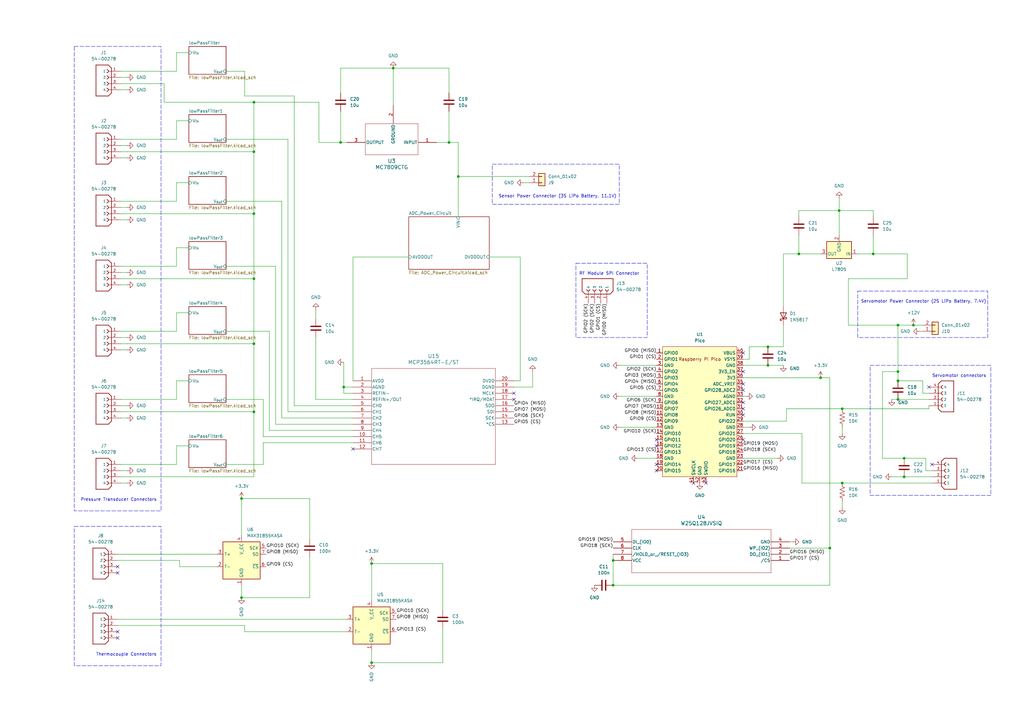
<source format=kicad_sch>
(kicad_sch (version 20230121) (generator eeschema)
  (paper "A3")
  (title_block (title "Liquid Engine Controller") (rev "A") (company "Missouri S&T Rocket Design Team") (comment 1 "Designer: Rakshak Sudhakaran"))
  (lib_symbols
    (symbol "4_Pin_M8_Socket_Female:54-00278" (pin_names (offset 1.016))
      (property "Reference" "J" (at -2.54 5.842 0))
      (property "Value" "54-00278" (at -2.54 -10.16 0))
      (symbol "54-00278_0_0"
        (pin passive line (at 7.62 2.54 180) (length 5.08) (name "1") (number "1"))
        (pin passive line (at 7.62 0 180) (length 5.08) (name "2") (number "2"))
        (pin passive line (at 7.62 -2.54 180) (length 5.08) (name "3") (number "3"))
        (pin passive line (at 7.62 -5.08 180) (length 5.08) (name "4") (number "4"))
      )
    )
    (symbol "Connector_Generic:Conn_01x02" (pin_names (offset 1.016) hide)
      (property "Reference" "J" (at 0 2.54 0))
      (property "Value" "Conn_01x02" (at 0 -5.08 0))
      (symbol "Conn_01x02_1_1"
        (pin passive line (at -5.08 0 0) (length 3.81) (name "Pin_1") (number "1"))
        (pin passive line (at -5.08 -2.54 0) (length 3.81) (name "Pin_2") (number "2"))
      )
    )
    (symbol "Device:C" (pin_numbers hide) (pin_names (offset 0.254))
      (property "Reference" "C" (at 0.635 2.54 0))
      (property "Value" "C" (at 0.635 -2.54 0))
      (symbol "C_1_1"
        (pin passive line (at 0 3.81 270) (length 2.794) (name "~") (number "1"))
        (pin passive line (at 0 -3.81 90) (length 2.794) (name "~") (number "2"))
      )
    )
    (symbol "Device:R_US" (pin_numbers hide) (pin_names (offset 0))
      (property "Reference" "R" (at 2.54 0 90))
      (property "Value" "R_US" (at -2.54 0 90))
      (symbol "R_US_1_1"
        (pin passive line (at 0 3.81 270) (length 1.27) (name "~") (number "1"))
        (pin passive line (at 0 -3.81 90) (length 1.27) (name "~") (number "2"))
      )
    )
    (symbol "Diode:1N5817" (pin_numbers hide) (pin_names (offset 1.016) hide)
      (property "Reference" "D" (at 0 2.54 0))
      (property "Value" "1N5817" (at 0 -2.54 0))
      (symbol "1N5817_1_1"
        (pin passive line (at -3.81 0 0) (length 2.54) (name "K") (number "1"))
        (pin passive line (at 3.81 0 180) (length 2.54) (name "A") (number "2"))
      )
    )
    (symbol "MC7809CTG:MC7809CTG" (pin_names (offset 0.254))
      (property "Reference" "U" (at 33.02 10.16 0))
      (property "Value" "MC7809CTG" (at 33.02 7.62 0))
      (symbol "MC7809CTG_1_1"
        (pin input line (at 15.24 0 0) (length 7.62) (name "INPUT") (number "1"))
        (pin power_in line (at 33.02 -15.24 90) (length 7.62) (name "GROUND") (number "2"))
        (pin output line (at 52.07 0 180) (length 7.62) (name "OUTPUT") (number "3"))
      )
    )
    (symbol "MCP3564:MCP3564RT-E_ST" (pin_names (offset 0.254))
      (property "Reference" "U" (at 33.02 10.16 0))
      (property "Value" "MCP3564RT-E/ST" (at 33.02 7.62 0))
      (symbol "MCP3564RT-E_ST_1_1"
        (pin power_in line (at 0 0 0) (length 7.62) (name "AVDD") (number "1"))
        (pin input line (at 0 -22.86 0) (length 7.62) (name "CH5") (number "10"))
        (pin input line (at 0 -25.4 0) (length 7.62) (name "CH6") (number "11"))
        (pin input line (at 0 -27.94 0) (length 7.62) (name "CH7") (number "12"))
        (pin input line (at 66.04 -17.78 180) (length 7.62) (name "*CS") (number "13"))
        (pin input line (at 66.04 -15.24 180) (length 7.62) (name "SCK") (number "14"))
        (pin input line (at 66.04 -12.7 180) (length 7.62) (name "SDI") (number "15"))
        (pin output line (at 66.04 -10.16 180) (length 7.62) (name "SDO") (number "16"))
        (pin output line (at 66.04 -7.62 180) (length 7.62) (name "*IRQ/MDAT") (number "17"))
        (pin bidirectional line (at 66.04 -5.08 180) (length 7.62) (name "MCLK") (number "18"))
        (pin power_out line (at 66.04 -2.54 180) (length 7.62) (name "DGND") (number "19"))
        (pin power_out line (at 0 -2.54 0) (length 7.62) (name "AGND") (number "2"))
        (pin power_in line (at 66.04 0 180) (length 7.62) (name "DVDD") (number "20"))
        (pin input line (at 0 -5.08 0) (length 7.62) (name "REFIN-") (number "3"))
        (pin bidirectional line (at 0 -7.62 0) (length 7.62) (name "REFIN+/OUT") (number "4"))
        (pin input line (at 0 -10.16 0) (length 7.62) (name "CH0") (number "5"))
        (pin input line (at 0 -12.7 0) (length 7.62) (name "CH1") (number "6"))
        (pin input line (at 0 -15.24 0) (length 7.62) (name "CH2") (number "7"))
        (pin input line (at 0 -17.78 0) (length 7.62) (name "CH3") (number "8"))
        (pin input line (at 0 -20.32 0) (length 7.62) (name "CH4") (number "9"))
      )
    )
    (symbol "RaspberryPiPico:Pico"
      (property "Reference" "U" (at -13.97 27.94 0))
      (property "Value" "Pico" (at 0 19.05 0))
      (symbol "Pico_0_0"
        (text "Raspberry Pi Pico" (at 0 21.59 0) (effects (font (size 1.27 1.27))))
      )
      (symbol "Pico_1_1"
        (pin bidirectional line (at -17.78 24.13 0) (length 2.54) (name "GPIO0") (number "1"))
        (pin bidirectional line (at -17.78 1.27 0) (length 2.54) (name "GPIO7") (number "10"))
        (pin bidirectional line (at -17.78 -1.27 0) (length 2.54) (name "GPIO8") (number "11"))
        (pin bidirectional line (at -17.78 -3.81 0) (length 2.54) (name "GPIO9") (number "12"))
        (pin power_in line (at -17.78 -6.35 0) (length 2.54) (name "GND") (number "13"))
        (pin bidirectional line (at -17.78 -8.89 0) (length 2.54) (name "GPIO10") (number "14"))
        (pin bidirectional line (at -17.78 -11.43 0) (length 2.54) (name "GPIO11") (number "15"))
        (pin bidirectional line (at -17.78 -13.97 0) (length 2.54) (name "GPIO12") (number "16"))
        (pin bidirectional line (at -17.78 -16.51 0) (length 2.54) (name "GPIO13") (number "17"))
        (pin power_in line (at -17.78 -19.05 0) (length 2.54) (name "GND") (number "18"))
        (pin bidirectional line (at -17.78 -21.59 0) (length 2.54) (name "GPIO14") (number "19"))
        (pin bidirectional line (at -17.78 21.59 0) (length 2.54) (name "GPIO1") (number "2"))
        (pin bidirectional line (at -17.78 -24.13 0) (length 2.54) (name "GPIO15") (number "20"))
        (pin bidirectional line (at 17.78 -24.13 180) (length 2.54) (name "GPIO16") (number "21"))
        (pin bidirectional line (at 17.78 -21.59 180) (length 2.54) (name "GPIO17") (number "22"))
        (pin power_in line (at 17.78 -19.05 180) (length 2.54) (name "GND") (number "23"))
        (pin bidirectional line (at 17.78 -16.51 180) (length 2.54) (name "GPIO18") (number "24"))
        (pin bidirectional line (at 17.78 -13.97 180) (length 2.54) (name "GPIO19") (number "25"))
        (pin bidirectional line (at 17.78 -11.43 180) (length 2.54) (name "GPIO20") (number "26"))
        (pin bidirectional line (at 17.78 -8.89 180) (length 2.54) (name "GPIO21") (number "27"))
        (pin power_in line (at 17.78 -6.35 180) (length 2.54) (name "GND") (number "28"))
        (pin bidirectional line (at 17.78 -3.81 180) (length 2.54) (name "GPIO22") (number "29"))
        (pin power_in line (at -17.78 19.05 0) (length 2.54) (name "GND") (number "3"))
        (pin input line (at 17.78 -1.27 180) (length 2.54) (name "RUN") (number "30"))
        (pin bidirectional line (at 17.78 1.27 180) (length 2.54) (name "GPIO26_ADC0") (number "31"))
        (pin bidirectional line (at 17.78 3.81 180) (length 2.54) (name "GPIO27_ADC1") (number "32"))
        (pin power_in line (at 17.78 6.35 180) (length 2.54) (name "AGND") (number "33"))
        (pin bidirectional line (at 17.78 8.89 180) (length 2.54) (name "GPIO28_ADC2") (number "34"))
        (pin power_in line (at 17.78 11.43 180) (length 2.54) (name "ADC_VREF") (number "35"))
        (pin power_in line (at 17.78 13.97 180) (length 2.54) (name "3V3") (number "36"))
        (pin input line (at 17.78 16.51 180) (length 2.54) (name "3V3_EN") (number "37"))
        (pin bidirectional line (at 17.78 19.05 180) (length 2.54) (name "GND") (number "38"))
        (pin power_in line (at 17.78 21.59 180) (length 2.54) (name "VSYS") (number "39"))
        (pin bidirectional line (at -17.78 16.51 0) (length 2.54) (name "GPIO2") (number "4"))
        (pin power_in line (at 17.78 24.13 180) (length 2.54) (name "VBUS") (number "40"))
        (pin input line (at -2.54 -29.21 90) (length 2.54) (name "SWCLK") (number "41"))
        (pin power_in line (at 0 -29.21 90) (length 2.54) (name "GND") (number "42"))
        (pin bidirectional line (at 2.54 -29.21 90) (length 2.54) (name "SWDIO") (number "43"))
        (pin bidirectional line (at -17.78 13.97 0) (length 2.54) (name "GPIO3") (number "5"))
        (pin bidirectional line (at -17.78 11.43 0) (length 2.54) (name "GPIO4") (number "6"))
        (pin bidirectional line (at -17.78 8.89 0) (length 2.54) (name "GPIO5") (number "7"))
        (pin power_in line (at -17.78 6.35 0) (length 2.54) (name "GND") (number "8"))
        (pin bidirectional line (at -17.78 3.81 0) (length 2.54) (name "GPIO6") (number "9"))
      )
    )
    (symbol "Regulator_Linear:L7805" (pin_names (offset 0.254))
      (property "Reference" "U" (at -3.81 3.175 0))
      (property "Value" "L7805" (at 0 3.175 0))
      (symbol "L7805_1_1"
        (pin power_in line (at -7.62 0 0) (length 2.54) (name "IN") (number "1"))
        (pin power_in line (at 0 -7.62 90) (length 2.54) (name "GND") (number "2"))
        (pin power_out line (at 7.62 0 180) (length 2.54) (name "OUT") (number "3"))
      )
    )
    (symbol "Sensor_Temperature:MAX31855KASA"
      (property "Reference" "U" (at -7.62 8.89 0))
      (property "Value" "MAX31855KASA" (at 1.27 8.89 0))
      (symbol "MAX31855KASA_1_1"
        (pin power_in line (at 0 -10.16 90) (length 2.54) (name "GND") (number "1"))
        (pin passive line (at -10.16 -2.54 0) (length 2.54) (name "T-") (number "2"))
        (pin passive line (at -10.16 2.54 0) (length 2.54) (name "T+") (number "3"))
        (pin power_in line (at 0 10.16 270) (length 2.54) (name "V_CC") (number "4"))
        (pin input line (at 10.16 5.08 180) (length 2.54) (name "SCK") (number "5"))
        (pin input line (at 10.16 -2.54 180) (length 2.54) (name "~{CS}") (number "6"))
        (pin tri_state line (at 10.16 2.54 180) (length 2.54) (name "SO") (number "7"))
      )
    )
    (symbol "W25Q128JVSIQ:W25Q128JVSIQ" (pin_names (offset 0.254))
      (property "Reference" "U" (at 54.61 10.16 0))
      (property "Value" "W25Q128JVSIQ" (at 54.61 7.62 0))
      (symbol "W25Q128JVSIQ_0_1"
        (pin unspecified line (at 19.05 0 0) (length 7.62) (name "/CS") (number "1"))
        (pin power_out line (at 19.05 -7.62 0) (length 7.62) (name "GND") (number "4"))
        (pin unspecified line (at 91.44 -7.62 180) (length 7.62) (name "DI_(IO0)") (number "5"))
        (pin unspecified line (at 91.44 -5.08 180) (length 7.62) (name "CLK") (number "6"))
        (pin unspecified line (at 91.44 -2.54 180) (length 7.62) (name "/HOLD_or_/RESET_(IO3)") (number "7"))
        (pin power_in line (at 91.44 0 180) (length 7.62) (name "VCC") (number "8"))
      )
      (symbol "W25Q128JVSIQ_1_1"
        (pin unspecified line (at 19.05 -2.54 0) (length 7.62) (name "DO_(IO1)") (number "2"))
        (pin unspecified line (at 19.05 -5.08 0) (length 7.62) (name "WP_(IO2)") (number "3"))
      )
    )
    (symbol "power:+12V" (power) (pin_names (offset 0))
      (property "Value" "+12V" (at 0 3.556 0))
      (symbol "+12V_1_1"
        (pin power_in line (at 0 0 90) (length 0) hide (name "+12V") (number "1"))
      )
    )
    (symbol "power:+3.3V" (power) (pin_names (offset 0))
      (property "Value" "+3.3V" (at 0 3.556 0))
      (symbol "+3.3V_1_1"
        (pin power_in line (at 0 0 90) (length 0) hide (name "+3.3V") (number "1"))
      )
    )
    (symbol "power:GND" (power) (pin_names (offset 0))
      (property "Value" "GND" (at 0 -3.81 0))
      (symbol "GND_1_1"
        (pin power_in line (at 0 0 270) (length 0) hide (name "GND") (number "1"))
      )
    )
  )
  (junction (at 340.36 224.79))
  (junction (at 104.14 140.97))
  (junction (at 187.96 72.39))
  (junction (at 161.29 27.94))
  (junction (at 336.55 154.94))
  (junction (at 184.15 58.42))
  (junction (at 374.65 133.35))
  (junction (at 370.84 187.96))
  (junction (at 140.97 158.75))
  (junction (at 251.46 240.03))
  (junction (at 314.96 142.24))
  (junction (at 251.46 229.87))
  (junction (at 368.3 133.35))
  (junction (at 368.3 156.21))
  (junction (at 152.4 271.78))
  (junction (at 104.14 41.91))
  (junction (at 327.66 104.14))
  (junction (at 358.14 104.14))
  (junction (at 370.84 195.58))
  (junction (at 345.44 198.12))
  (junction (at 314.96 149.86))
  (junction (at 104.14 168.91))
  (junction (at 99.06 204.47))
  (junction (at 104.14 114.3))
  (junction (at 99.06 245.11))
  (junction (at 344.17 86.36))
  (junction (at 152.4 231.14))
  (junction (at 368.3 152.4))
  (junction (at 104.14 87.63))
  (junction (at 345.44 167.64))
  (junction (at 104.14 62.23))
  (junction (at 368.3 163.83))
  (junction (at 139.7 58.42))
  (no_connect (at 48.26 234.95))
  (no_connect (at 284.48 198.12))
  (no_connect (at 304.8 180.34))
  (no_connect (at 304.8 170.18))
  (no_connect (at 289.56 198.12))
  (no_connect (at 269.24 190.5))
  (no_connect (at 304.8 152.4))
  (no_connect (at 48.26 232.41))
  (no_connect (at 144.78 184.15))
  (no_connect (at 210.82 161.29))
  (no_connect (at 269.24 182.88))
  (no_connect (at 48.26 261.62))
  (no_connect (at 304.8 167.64))
  (no_connect (at 304.8 144.78))
  (no_connect (at 382.27 190.5))
  (no_connect (at 304.8 165.1))
  (no_connect (at 304.8 157.48))
  (no_connect (at 269.24 193.04))
  (no_connect (at 381 158.75))
  (no_connect (at 48.26 259.08))
  (no_connect (at 304.8 160.02))
  (no_connect (at 210.82 163.83))
  (no_connect (at 269.24 180.34))
  (wire (pts (xy 261.62 187.96) (xy 269.24 187.96)))
  (wire (pts (xy 368.3 133.35) (xy 368.3 152.4)))
  (wire (pts (xy 118.11 168.91) (xy 144.78 168.91)))
  (wire (pts (xy 49.53 190.5) (xy 72.39 190.5)))
  (wire (pts (xy 372.11 114.3) (xy 372.11 104.14)))
  (wire (pts (xy 187.96 72.39) (xy 187.96 88.9)))
  (wire (pts (xy 318.77 187.96) (xy 304.8 187.96)))
  (wire (pts (xy 340.36 224.79) (xy 340.36 154.94)))
  (wire (pts (xy 49.53 82.55) (xy 72.39 82.55)))
  (wire (pts (xy 100.33 29.21) (xy 100.33 39.37)))
  (wire (pts (xy 328.93 198.12) (xy 345.44 198.12)))
  (wire (pts (xy 379.73 193.04) (xy 382.27 193.04)))
  (wire (pts (xy 100.33 39.37) (xy 120.65 39.37)))
  (wire (pts (xy 321.31 104.14) (xy 327.66 104.14)))
  (wire (pts (xy 328.93 177.8) (xy 328.93 198.12)))
  (wire (pts (xy 72.39 29.21) (xy 49.53 29.21)))
  (wire (pts (xy 358.14 86.36) (xy 358.14 88.9)))
  (wire (pts (xy 361.95 152.4) (xy 361.95 187.96)))
  (wire (pts (xy 73.66 232.41) (xy 88.9 232.41)))
  (wire (pts (xy 129.54 138.43) (xy 129.54 163.83)))
  (wire (pts (xy 73.66 229.87) (xy 73.66 232.41)))
  (wire (pts (xy 327.66 88.9) (xy 327.66 86.36)))
  (wire (pts (xy 67.31 34.29) (xy 49.53 34.29)))
  (wire (pts (xy 127 228.6) (xy 127 245.11)))
  (wire (pts (xy 322.58 172.72) (xy 322.58 167.64)))
  (wire (pts (xy 49.53 59.69) (xy 52.07 59.69)))
  (wire (pts (xy 107.95 179.07) (xy 144.78 179.07)))
  (wire (pts (xy 92.71 163.83) (xy 107.95 163.83)))
  (wire (pts (xy 327.66 104.14) (xy 336.55 104.14)))
  (wire (pts (xy 370.84 187.96) (xy 379.73 187.96)))
  (wire (pts (xy 72.39 21.59) (xy 72.39 29.21)))
  (wire (pts (xy 323.85 222.25) (xy 325.12 222.25)))
  (wire (pts (xy 344.17 81.28) (xy 344.17 86.36)))
  (wire (pts (xy 48.26 227.33) (xy 88.9 227.33)))
  (wire (pts (xy 92.71 82.55) (xy 115.57 82.55)))
  (wire (pts (xy 347.98 133.35) (xy 347.98 114.3)))
  (wire (pts (xy 181.61 231.14) (xy 181.61 250.19)))
  (wire (pts (xy 130.81 58.42) (xy 139.7 58.42)))
  (wire (pts (xy 370.84 195.58) (xy 382.27 195.58)))
  (wire (pts (xy 100.33 259.08) (xy 142.24 259.08)))
  (wire (pts (xy 104.14 140.97) (xy 104.14 114.3)))
  (wire (pts (xy 49.53 85.09) (xy 52.07 85.09)))
  (wire (pts (xy 72.39 109.22) (xy 72.39 101.6)))
  (wire (pts (xy 368.3 152.4) (xy 368.3 156.21)))
  (wire (pts (xy 113.03 109.22) (xy 113.03 173.99)))
  (wire (pts (xy 210.82 156.21) (xy 213.36 156.21)))
  (wire (pts (xy 49.53 198.12) (xy 52.07 198.12)))
  (wire (pts (xy 152.4 231.14) (xy 181.61 231.14)))
  (wire (pts (xy 49.53 57.15) (xy 72.39 57.15)))
  (wire (pts (xy 144.78 105.41) (xy 144.78 156.21)))
  (wire (pts (xy 92.71 190.5) (xy 107.95 190.5)))
  (wire (pts (xy 49.53 138.43) (xy 52.07 138.43)))
  (wire (pts (xy 49.53 64.77) (xy 52.07 64.77)))
  (wire (pts (xy 344.17 86.36) (xy 344.17 96.52)))
  (wire (pts (xy 379.73 187.96) (xy 379.73 193.04)))
  (wire (pts (xy 104.14 87.63) (xy 104.14 62.23)))
  (wire (pts (xy 321.31 104.14) (xy 321.31 125.73)))
  (wire (pts (xy 104.14 114.3) (xy 104.14 87.63)))
  (wire (pts (xy 304.8 154.94) (xy 336.55 154.94)))
  (wire (pts (xy 127 204.47) (xy 127 220.98)))
  (wire (pts (xy 139.7 27.94) (xy 139.7 38.1)))
  (wire (pts (xy 144.78 158.75) (xy 140.97 158.75)))
  (wire (pts (xy 99.06 245.11) (xy 99.06 240.03)))
  (wire (pts (xy 351.79 104.14) (xy 358.14 104.14)))
  (wire (pts (xy 48.26 254) (xy 142.24 254)))
  (wire (pts (xy 184.15 27.94) (xy 184.15 38.1)))
  (wire (pts (xy 72.39 128.27) (xy 77.47 128.27)))
  (wire (pts (xy 345.44 205.74) (xy 345.44 208.28)))
  (wire (pts (xy 307.34 147.32) (xy 307.34 142.24)))
  (wire (pts (xy 358.14 104.14) (xy 372.11 104.14)))
  (wire (pts (xy 314.96 142.24) (xy 321.31 142.24)))
  (wire (pts (xy 200.66 105.41) (xy 213.36 105.41)))
  (wire (pts (xy 365.76 195.58) (xy 370.84 195.58)))
  (wire (pts (xy 49.53 90.17) (xy 52.07 90.17)))
  (wire (pts (xy 214.63 74.93) (xy 217.17 74.93)))
  (wire (pts (xy 99.06 245.11) (xy 127 245.11)))
  (wire (pts (xy 48.26 256.54) (xy 100.33 256.54)))
  (wire (pts (xy 181.61 257.81) (xy 181.61 271.78)))
  (wire (pts (xy 378.46 156.21) (xy 378.46 161.29)))
  (wire (pts (xy 152.4 271.78) (xy 152.4 266.7)))
  (wire (pts (xy 304.8 147.32) (xy 307.34 147.32)))
  (wire (pts (xy 49.53 140.97) (xy 104.14 140.97)))
  (wire (pts (xy 368.3 152.4) (xy 361.95 152.4)))
  (wire (pts (xy 72.39 135.89) (xy 72.39 128.27)))
  (wire (pts (xy 92.71 135.89) (xy 110.49 135.89)))
  (wire (pts (xy 92.71 29.21) (xy 100.33 29.21)))
  (wire (pts (xy 49.53 111.76) (xy 52.07 111.76)))
  (wire (pts (xy 365.76 163.83) (xy 368.3 163.83)))
  (wire (pts (xy 110.49 135.89) (xy 110.49 176.53)))
  (wire (pts (xy 130.81 58.42) (xy 130.81 41.91)))
  (wire (pts (xy 49.53 62.23) (xy 104.14 62.23)))
  (wire (pts (xy 130.81 41.91) (xy 104.14 41.91)))
  (wire (pts (xy 161.29 27.94) (xy 161.29 43.18)))
  (wire (pts (xy 104.14 41.91) (xy 67.31 41.91)))
  (wire (pts (xy 152.4 271.78) (xy 181.61 271.78)))
  (wire (pts (xy 307.34 175.26) (xy 304.8 175.26)))
  (wire (pts (xy 374.65 133.35) (xy 368.3 133.35)))
  (wire (pts (xy 72.39 156.21) (xy 77.47 156.21)))
  (wire (pts (xy 49.53 87.63) (xy 104.14 87.63)))
  (wire (pts (xy 210.82 158.75) (xy 218.44 158.75)))
  (wire (pts (xy 49.53 171.45) (xy 52.07 171.45)))
  (wire (pts (xy 107.95 163.83) (xy 107.95 179.07)))
  (wire (pts (xy 140.97 161.29) (xy 144.78 161.29)))
  (wire (pts (xy 104.14 168.91) (xy 104.14 140.97)))
  (wire (pts (xy 100.33 256.54) (xy 100.33 259.08)))
  (wire (pts (xy 107.95 181.61) (xy 144.78 181.61)))
  (wire (pts (xy 327.66 86.36) (xy 344.17 86.36)))
  (wire (pts (xy 377.19 135.89) (xy 378.46 135.89)))
  (wire (pts (xy 139.7 58.42) (xy 142.24 58.42)))
  (wire (pts (xy 368.3 163.83) (xy 381 163.83)))
  (wire (pts (xy 358.14 96.52) (xy 358.14 104.14)))
  (wire (pts (xy 374.65 133.35) (xy 378.46 133.35)))
  (wire (pts (xy 104.14 195.58) (xy 104.14 168.91)))
  (wire (pts (xy 67.31 41.91) (xy 67.31 34.29)))
  (wire (pts (xy 368.3 133.35) (xy 347.98 133.35)))
  (wire (pts (xy 187.96 58.42) (xy 187.96 72.39)))
  (wire (pts (xy 144.78 105.41) (xy 167.64 105.41)))
  (wire (pts (xy 49.53 143.51) (xy 52.07 143.51)))
  (wire (pts (xy 48.26 229.87) (xy 73.66 229.87)))
  (wire (pts (xy 304.8 172.72) (xy 322.58 172.72)))
  (wire (pts (xy 49.53 168.91) (xy 104.14 168.91)))
  (wire (pts (xy 72.39 163.83) (xy 72.39 156.21)))
  (wire (pts (xy 129.54 163.83) (xy 144.78 163.83)))
  (wire (pts (xy 129.54 127) (xy 129.54 130.81)))
  (wire (pts (xy 161.29 27.94) (xy 184.15 27.94)))
  (wire (pts (xy 113.03 173.99) (xy 144.78 173.99)))
  (wire (pts (xy 72.39 182.88) (xy 77.47 182.88)))
  (wire (pts (xy 347.98 114.3) (xy 372.11 114.3)))
  (wire (pts (xy 99.06 204.47) (xy 99.06 219.71)))
  (wire (pts (xy 323.85 224.79) (xy 340.36 224.79)))
  (wire (pts (xy 115.57 171.45) (xy 144.78 171.45)))
  (wire (pts (xy 49.53 166.37) (xy 52.07 166.37)))
  (wire (pts (xy 120.65 166.37) (xy 144.78 166.37)))
  (wire (pts (xy 184.15 45.72) (xy 184.15 58.42)))
  (wire (pts (xy 92.71 109.22) (xy 113.03 109.22)))
  (wire (pts (xy 140.97 158.75) (xy 140.97 161.29)))
  (wire (pts (xy 213.36 105.41) (xy 213.36 156.21)))
  (wire (pts (xy 72.39 190.5) (xy 72.39 182.88)))
  (wire (pts (xy 72.39 74.93) (xy 77.47 74.93)))
  (wire (pts (xy 72.39 49.53) (xy 77.47 49.53)))
  (wire (pts (xy 72.39 21.59) (xy 77.47 21.59)))
  (wire (pts (xy 179.07 58.42) (xy 184.15 58.42)))
  (wire (pts (xy 345.44 167.64) (xy 381 167.64)))
  (wire (pts (xy 304.8 162.56) (xy 306.07 162.56)))
  (wire (pts (xy 251.46 240.03) (xy 340.36 240.03)))
  (wire (pts (xy 49.53 109.22) (xy 72.39 109.22)))
  (wire (pts (xy 340.36 154.94) (xy 336.55 154.94)))
  (wire (pts (xy 118.11 57.15) (xy 118.11 168.91)))
  (wire (pts (xy 322.58 167.64) (xy 345.44 167.64)))
  (wire (pts (xy 254 175.26) (xy 269.24 175.26)))
  (wire (pts (xy 368.3 156.21) (xy 378.46 156.21)))
  (wire (pts (xy 140.97 148.59) (xy 140.97 158.75)))
  (wire (pts (xy 49.53 31.75) (xy 52.07 31.75)))
  (wire (pts (xy 344.17 86.36) (xy 358.14 86.36)))
  (wire (pts (xy 345.44 198.12) (xy 382.27 198.12)))
  (wire (pts (xy 184.15 58.42) (xy 187.96 58.42)))
  (wire (pts (xy 92.71 57.15) (xy 118.11 57.15)))
  (wire (pts (xy 378.46 161.29) (xy 381 161.29)))
  (wire (pts (xy 49.53 36.83) (xy 52.07 36.83)))
  (wire (pts (xy 304.8 177.8) (xy 328.93 177.8)))
  (wire (pts (xy 307.34 142.24) (xy 314.96 142.24)))
  (wire (pts (xy 361.95 187.96) (xy 370.84 187.96)))
  (wire (pts (xy 327.66 96.52) (xy 327.66 104.14)))
  (wire (pts (xy 152.4 231.14) (xy 152.4 246.38)))
  (wire (pts (xy 49.53 193.04) (xy 52.07 193.04)))
  (wire (pts (xy 321.31 133.35) (xy 321.31 142.24)))
  (wire (pts (xy 104.14 41.91) (xy 104.14 62.23)))
  (wire (pts (xy 120.65 39.37) (xy 120.65 166.37)))
  (wire (pts (xy 187.96 72.39) (xy 217.17 72.39)))
  (wire (pts (xy 49.53 195.58) (xy 104.14 195.58)))
  (wire (pts (xy 49.53 135.89) (xy 72.39 135.89)))
  (wire (pts (xy 49.53 163.83) (xy 72.39 163.83)))
  (wire (pts (xy 99.06 204.47) (xy 127 204.47)))
  (wire (pts (xy 110.49 176.53) (xy 144.78 176.53)))
  (wire (pts (xy 254 149.86) (xy 269.24 149.86)))
  (wire (pts (xy 345.44 175.26) (xy 345.44 177.8)))
  (wire (pts (xy 49.53 114.3) (xy 104.14 114.3)))
  (wire (pts (xy 251.46 229.87) (xy 251.46 240.03)))
  (wire (pts (xy 107.95 190.5) (xy 107.95 181.61)))
  (wire (pts (xy 218.44 152.4) (xy 218.44 158.75)))
  (wire (pts (xy 314.96 149.86) (xy 321.31 149.86)))
  (wire (pts (xy 381 167.64) (xy 381 166.37)))
  (wire (pts (xy 139.7 27.94) (xy 161.29 27.94)))
  (wire (pts (xy 72.39 82.55) (xy 72.39 74.93)))
  (wire (pts (xy 72.39 57.15) (xy 72.39 49.53)))
  (wire (pts (xy 49.53 116.84) (xy 52.07 116.84)))
  (wire (pts (xy 139.7 45.72) (xy 139.7 58.42)))
  (wire (pts (xy 340.36 240.03) (xy 340.36 224.79)))
  (wire (pts (xy 251.46 227.33) (xy 251.46 229.87)))
  (wire (pts (xy 72.39 101.6) (xy 77.47 101.6)))
  (wire (pts (xy 115.57 82.55) (xy 115.57 171.45)))
  (wire (pts (xy 254 162.56) (xy 269.24 162.56)))
  (wire (pts (xy 304.8 149.86) (xy 314.96 149.86)))
  (rectangle (start 236.22 107.95) (end 265.43 138.43) (stroke (width 0) (type dash)))
  (rectangle (start 30.48 215.9) (end 66.04 273.05) (stroke (width 0) (type dash)))
  (rectangle (start 351.79 119.38) (end 405.13 138.43) (stroke (width 0) (type dash)))
  (rectangle (start 201.93 67.31) (end 254 83.82) (stroke (width 0) (type dash)))
  (rectangle (start 356.87 149.86) (end 406.4 203.2) (stroke (width 0) (type dash)))
  (rectangle (start 30.48 19.05) (end 66.04 209.55) (stroke (width 0) (type dash)))
  (text "Servomotor Power Connector (2S LiPo Battery, 7.4V)" (at 353.06 124.46 0) (effects (font (size 1.27 1.27)) (justify left bottom)))
  (text "Pressure Transducer Connectors" (at 33.02 205.74 0) (effects (font (size 1.27 1.27)) (justify left bottom)))
  (text "Thermocouple Connectors" (at 39.37 269.24 0) (effects (font (size 1.27 1.27)) (justify left bottom)))
  (text "RF Module SPI Connector" (at 237.49 113.03 0) (effects (font (size 1.27 1.27)) (justify left bottom)))
  (text "Servomotor connectors" (at 382.27 154.94 0) (effects (font (size 1.27 1.27)) (justify left bottom)))
  (text "Sensor Power Connector (3S LiPo Battery, 11.1V)" (at 204.47 81.28 0) (effects (font (size 1.27 1.27)) (justify left bottom)))
  (label "GPIO6 (SCK)" (at 210.82 171.45 0))
  (label "GPIO19 (MOSI)" (at 251.46 222.25 180))
  (label "GPIO2 (SCK)" (at 241.3 124.46 270))
  (label "GPIO8 (MISO)" (at 269.24 170.18 180))
  (label "GPIO5 (CS)" (at 210.82 173.99 0))
  (label "GPIO18 (SCK)" (at 304.8 185.42 0))
  (label "GPIO7 (MOSI)" (at 269.24 167.64 180))
  (label "GPIO6 (SCK)" (at 269.24 165.1 180))
  (label "GPIO0 (MISO)" (at 248.92 124.46 270))
  (label "GPIO19 (MOSI)" (at 304.8 182.88 0))
  (label "GPIO10 (SCK)" (at 162.56 251.46 0))
  (label "GPIO18 (SCK)" (at 251.46 224.79 180))
  (label "GPIO2 (SCK)" (at 243.84 124.46 270))
  (label "GPIO16 (MISO)" (at 323.85 227.33 0))
  (label "GPIO3 (MOSI)" (at 269.24 154.94 180))
  (label "GPIO4 (MISO)" (at 269.24 157.48 180))
  (label "GPIO0 (MISO)" (at 269.24 144.78 180))
  (label "GPIO10 (SCK)" (at 269.24 177.8 180))
  (label "GPIO17 (CS)" (at 304.8 190.5 0))
  (label "GPIO2 (SCK)" (at 269.24 152.4 180))
  (label "GPIO9 (CS)" (at 109.22 232.41 0))
  (label "GPIO1 (CS)" (at 269.24 147.32 180))
  (label "GPIO1 (CS)" (at 246.38 124.46 270))
  (label "GPIO8 (MISO)" (at 109.22 227.33 0))
  (label "GPIO7 (MOSI)" (at 210.82 168.91 0))
  (label "GPIO10 (SCK)" (at 109.22 224.79 0))
  (label "GPIO17 (CS)" (at 323.85 229.87 0))
  (label "GPIO5 (CS)" (at 269.24 160.02 180))
  (label "GPIO13 (CS)" (at 162.56 259.08 0))
  (label "GPIO4 (MISO)" (at 210.82 166.37 0))
  (label "GPIO16 (MISO)" (at 304.8 193.04 0))
  (label "GPIO13 (CS)" (at 269.24 185.42 180))
  (label "GPIO9 (CS)" (at 269.24 172.72 180))
  (label "GPIO8 (MISO)" (at 162.56 254 0))
  (symbol (lib_id "power:GND") (at 52.07 111.76 90) (unit 1)
    (property "Reference" "#PWR024" (effects hide))
    (property "Value" "GND" (at 55.88 111.76 90) (effects (justify right)))
  )
  (symbol (lib_id "4_Pin_M8_Socket_Female:54-00278") (at 41.91 138.43 0) (unit 1)
    (property "Reference" "J5" (at 42.545 128.27 0))
    (property "Value" "54-00278" (at 42.545 130.81 0))
    (property "Footprint" "M8Connector:TENSILITY_54-00278" (effects hide))
    (property "Datasheet" "https://tensility.s3.us-west-2.amazonaws.com/uploads/pdffiles/54-00278.pdf" (effects hide))
    (property "PARTREV" "A" (effects hide))
    (property "STANDARD" "Manufacturer Recommendations" (effects hide))
    (property "MAXIMUM_PACKAGE_HEIGHT" "20.2 mm" (effects hide))
    (property "MANUFACTURER" "Tensility" (effects hide))
    (property "DigiKey" "https://www.digikey.com/en/products/detail/tensility-international-corp/54-00278/16604875?s=N4IgTCBcDaIKwBYC0AGFYDsAOEBdAvkA" (effects hide))
  )
  (symbol (lib_id "Device:C") (at 358.14 92.71 0) (unit 1)
    (property "Reference" "C25" (at 361.95 91.44 0) (effects (justify left)))
    (property "Value" "10u" (at 361.95 93.98 0) (effects (justify left)))
    (property "Footprint" "Capacitor_SMD:C_0805_2012Metric" (effects hide))
    (property "Datasheet" "https://mm.digikey.com/Volume0/opasdata/d220001/medias/docus/5545/CL21A106KAYNNNE%20Spec.pdf" (effects hide))
    (property "DigiKey" "https://www.digikey.com/en/products/detail/samsung-electro-mechanics/CL21A106KAYNNNE/3888549" (effects hide))
  )
  (symbol (lib_id "power:GND") (at 52.07 31.75 90) (unit 1)
    (property "Reference" "#PWR018" (effects hide))
    (property "Value" "GND" (at 55.88 31.75 90) (effects (justify right)))
  )
  (symbol (lib_id "power:GND") (at 52.07 198.12 90) (unit 1)
    (property "Reference" "#PWR057" (effects hide))
    (property "Value" "GND" (at 55.88 198.12 90) (effects (justify right)))
  )
  (symbol (lib_id "power:GND") (at 377.19 135.89 270) (unit 1)
    (property "Reference" "#PWR09" (effects hide))
    (property "Value" "GND" (at 373.38 135.89 90) (effects (justify right)))
  )
  (symbol (lib_id "RaspberryPiPico:Pico") (at 287.02 168.91 0) (unit 1)
    (property "Reference" "U1" (at 287.02 137.16 0))
    (property "Value" "Pico" (at 287.02 139.7 0))
    (property "Footprint" "RPiPico:RPi_Pico_SMD_TH" (effects hide))
    (property "Datasheet" "https://datasheets.raspberrypi.com/pico/pico-datasheet.pdf" (effects hide))
    (property "DigiKey" "https://www.digikey.com/en/products/detail/raspberry-pi/SC0917/16608257" (effects hide))
  )
  (symbol (lib_id "power:GND") (at 254 162.56 270) (unit 1)
    (property "Reference" "#PWR036" (effects hide))
    (property "Value" "GND" (at 250.19 162.56 90) (effects (justify right)))
  )
  (symbol (lib_id "Device:C") (at 129.54 134.62 0) (unit 1)
    (property "Reference" "C14" (at 133.35 133.35 0) (effects (justify left)))
    (property "Value" "10u" (at 133.35 135.89 0) (effects (justify left)))
    (property "Footprint" "Capacitor_SMD:C_0805_2012Metric" (effects hide))
    (property "Datasheet" "https://mm.digikey.com/Volume0/opasdata/d220001/medias/docus/5545/CL21A106KAYNNNE%20Spec.pdf" (effects hide))
    (property "DigiKey" "https://www.digikey.com/en/products/detail/samsung-electro-mechanics/CL21A106KAYNNNE/3888549" (effects hide))
  )
  (symbol (lib_id "power:GND") (at 52.07 85.09 90) (unit 1)
    (property "Reference" "#PWR022" (effects hide))
    (property "Value" "GND" (at 55.88 85.09 90) (effects (justify right)))
  )
  (symbol (lib_id "power:GND") (at 161.29 27.94 180) (unit 1)
    (property "Reference" "#PWR01" (effects hide))
    (property "Value" "GND" (at 161.29 22.86 0))
  )
  (symbol (lib_id "Device:R_US") (at 345.44 171.45 0) (unit 1)
    (property "Reference" "R15" (at 347.98 170.18 0) (effects (justify left)))
    (property "Value" "10K" (at 347.98 172.72 0) (effects (justify left)))
    (property "Footprint" "Resistor_SMD:R_0603_1608Metric" (effects hide))
    (property "Digikey" "https://www.digikey.com/en/products/detail/vishay-dale/TNPW060310K0BEEA/1606881" (effects hide))
  )
  (symbol (lib_id "power:GND") (at 52.07 166.37 90) (unit 1)
    (property "Reference" "#PWR028" (effects hide))
    (property "Value" "GND" (at 55.88 166.37 90) (effects (justify right)))
  )
  (symbol (lib_id "power:GND") (at 218.44 152.4 180) (unit 1)
    (property "Reference" "#PWR040" (effects hide))
    (property "Value" "GND" (at 218.44 147.32 0))
  )
  (symbol (lib_id "power:GND") (at 365.76 163.83 0) (unit 1)
    (property "Reference" "#PWR011" (effects hide))
    (property "Value" "GND" (at 368.3 165.1 0) (effects (justify left)))
  )
  (symbol (lib_id "W25Q128JVSIQ:W25Q128JVSIQ") (at 342.9 229.87 180) (unit 1)
    (property "Reference" "U4" (at 287.655 212.09 0) (effects (font (size 1.524 1.524))))
    (property "Value" "W25Q128JVSIQ" (at 287.655 214.63 0) (effects (font (size 1.524 1.524))))
    (property "Footprint" "W25Q128JVSIQ:SOIC_128JVSIQ_WIN" (effects hide))
    (property "Datasheet" "https://www.winbond.com/resource-files/W25Q128JV%20RevI%2008232021%20Plus.pdf" (effects hide))
    (property "Digikey" "https://www.digikey.com/en/products/detail/winbond-electronics/W25Q128JVSIQ/5803943" (effects hide))
  )
  (symbol (lib_id "power:GND") (at 52.07 193.04 90) (unit 1)
    (property "Reference" "#PWR030" (effects hide))
    (property "Value" "GND" (at 55.88 193.04 90) (effects (justify right)))
  )
  (symbol (lib_id "power:+12V") (at 374.65 133.35 0) (unit 1)
    (property "Reference" "#PWR08" (effects hide))
    (property "Value" "7.4V" (at 374.65 128.27 0))
  )
  (symbol (lib_id "4_Pin_M8_Socket_Female:54-00278") (at 40.64 256.54 0) (unit 1)
    (property "Reference" "J14" (at 41.275 246.38 0))
    (property "Value" "54-00278" (at 41.275 248.92 0))
    (property "Footprint" "M8Connector:TENSILITY_54-00278" (effects hide))
    (property "Datasheet" "https://tensility.s3.us-west-2.amazonaws.com/uploads/pdffiles/54-00278.pdf" (effects hide))
    (property "PARTREV" "A" (effects hide))
    (property "STANDARD" "Manufacturer Recommendations" (effects hide))
    (property "MAXIMUM_PACKAGE_HEIGHT" "20.2 mm" (effects hide))
    (property "MANUFACTURER" "Tensility" (effects hide))
    (property "DigiKey" "https://www.digikey.com/en/products/detail/tensility-international-corp/54-00278/16604875?s=N4IgTCBcDaIKwBYC0AGFYDsAOEBdAvkA" (effects hide))
  )
  (symbol (lib_id "power:GND") (at 243.84 240.03 0) (unit 1)
    (property "Reference" "#PWR059" (effects hide))
    (property "Value" "GND" (at 243.84 245.11 0))
  )
  (symbol (lib_id "Device:C") (at 139.7 41.91 0) (unit 1)
    (property "Reference" "C20" (at 143.51 40.64 0) (effects (justify left)))
    (property "Value" "10u" (at 143.51 43.18 0) (effects (justify left)))
    (property "Footprint" "Capacitor_SMD:C_0805_2012Metric" (effects hide))
    (property "Datasheet" "https://mm.digikey.com/Volume0/opasdata/d220001/medias/docus/5545/CL21A106KAYNNNE%20Spec.pdf" (effects hide))
    (property "DigiKey" "https://www.digikey.com/en/products/detail/samsung-electro-mechanics/CL21A106KAYNNNE/3888549" (effects hide))
  )
  (symbol (lib_id "Device:C") (at 181.61 254 0) (unit 1)
    (property "Reference" "C3" (at 185.42 252.73 0) (effects (justify left)))
    (property "Value" "100n" (at 185.42 255.27 0) (effects (justify left)))
    (property "Footprint" "Capacitor_SMD:C_0603_1608Metric" (effects hide))
    (property "Datasheet" "https://mm.digikey.com/Volume0/opasdata/d220001/medias/docus/609/CL10B104KB8NNNC_Spec.pdf" (effects hide))
    (property "Digikey" "https://www.digikey.com/en/products/detail/samsung-electro-mechanics/CL10B104KB8NNNC/3886658" (effects hide))
  )
  (symbol (lib_id "4_Pin_M8_Socket_Female:54-00278") (at 41.91 166.37 0) (unit 1)
    (property "Reference" "J6" (at 42.545 156.21 0))
    (property "Value" "54-00278" (at 42.545 158.75 0))
    (property "Footprint" "M8Connector:TENSILITY_54-00278" (effects hide))
    (property "Datasheet" "https://tensility.s3.us-west-2.amazonaws.com/uploads/pdffiles/54-00278.pdf" (effects hide))
    (property "PARTREV" "A" (effects hide))
    (property "STANDARD" "Manufacturer Recommendations" (effects hide))
    (property "MAXIMUM_PACKAGE_HEIGHT" "20.2 mm" (effects hide))
    (property "MANUFACTURER" "Tensility" (effects hide))
    (property "DigiKey" "https://www.digikey.com/en/products/detail/tensility-international-corp/54-00278/16604875?s=N4IgTCBcDaIKwBYC0AGFYDsAOEBdAvkA" (effects hide))
  )
  (symbol (lib_id "power:+3.3V") (at 336.55 154.94 0) (unit 1)
    (property "Reference" "#PWR046" (effects hide))
    (property "Value" "+3.3V" (at 336.55 149.86 0))
  )
  (symbol (lib_id "power:GND") (at 52.07 64.77 90) (unit 1)
    (property "Reference" "#PWR052" (effects hide))
    (property "Value" "GND" (at 55.88 64.77 90) (effects (justify right)))
  )
  (symbol (lib_id "power:GND") (at 52.07 36.83 90) (unit 1)
    (property "Reference" "#PWR020" (effects hide))
    (property "Value" "GND" (at 55.88 36.83 90) (effects (justify right)))
  )
  (symbol (lib_id "Device:C") (at 368.3 160.02 0) (unit 1)
    (property "Reference" "C18" (at 372.11 158.75 0) (effects (justify left)))
    (property "Value" "10u" (at 372.11 161.29 0) (effects (justify left)))
    (property "Footprint" "Capacitor_SMD:C_0805_2012Metric" (effects hide))
    (property "Datasheet" "https://mm.digikey.com/Volume0/opasdata/d220001/medias/docus/5545/CL21A106KAYNNNE%20Spec.pdf" (effects hide))
    (property "DigiKey" "https://www.digikey.com/en/products/detail/samsung-electro-mechanics/CL21A106KAYNNNE/3888549" (effects hide))
  )
  (symbol (lib_id "power:GND") (at 306.07 162.56 90) (unit 1)
    (property "Reference" "#PWR048" (effects hide))
    (property "Value" "GND" (at 309.88 162.56 90) (effects (justify right)))
  )
  (symbol (lib_id "power:GND") (at 52.07 90.17 90) (unit 1)
    (property "Reference" "#PWR053" (effects hide))
    (property "Value" "GND" (at 55.88 90.17 90) (effects (justify right)))
  )
  (symbol (lib_id "Connector_Generic:Conn_01x02") (at 383.54 135.89 0) (mirror x) (unit 1)
    (property "Reference" "J10" (at 386.08 135.89 0) (effects (justify left)))
    (property "Value" "Conn_01x02" (at 386.08 133.35 0) (effects (justify left)))
    (property "Footprint" "Connector_AMASS:AMASS_XT30UPB-M_1x02_P5.0mm_Vertical" (effects hide))
  )
  (symbol (lib_id "Device:C") (at 247.65 240.03 90) (unit 1)
    (property "Reference" "C11" (at 247.65 232.41 90))
    (property "Value" "100n" (at 247.65 234.95 90))
    (property "Footprint" "Capacitor_SMD:C_0603_1608Metric" (effects hide))
    (property "Datasheet" "https://mm.digikey.com/Volume0/opasdata/d220001/medias/docus/609/CL10B104KB8NNNC_Spec.pdf" (effects hide))
    (property "Digikey" "https://www.digikey.com/en/products/detail/samsung-electro-mechanics/CL10B104KB8NNNC/3886658" (effects hide))
  )
  (symbol (lib_id "power:GND") (at 254 149.86 270) (unit 1)
    (property "Reference" "#PWR034" (effects hide))
    (property "Value" "GND" (at 250.19 149.86 90) (effects (justify right)))
  )
  (symbol (lib_id "Diode:1N5817") (at 321.31 129.54 90) (unit 1)
    (property "Reference" "D1" (at 323.85 128.5875 90) (effects (justify right)))
    (property "Value" "1N5817" (at 323.85 131.1275 90) (effects (justify right)))
    (property "Footprint" "Diode_THT:D_DO-41_SOD81_P10.16mm_Horizontal" (effects hide))
    (property "Datasheet" "http://www.vishay.com/docs/88525/1n5817.pdf" (effects hide))
  )
  (symbol (lib_id "4_Pin_M8_Socket_Female:54-00278") (at 41.91 59.69 0) (unit 1)
    (property "Reference" "J2" (at 42.545 49.53 0))
    (property "Value" "54-00278" (at 42.545 52.07 0))
    (property "Footprint" "M8Connector:TENSILITY_54-00278" (effects hide))
    (property "Datasheet" "https://tensility.s3.us-west-2.amazonaws.com/uploads/pdffiles/54-00278.pdf" (effects hide))
    (property "PARTREV" "A" (effects hide))
    (property "STANDARD" "Manufacturer Recommendations" (effects hide))
    (property "MAXIMUM_PACKAGE_HEIGHT" "20.2 mm" (effects hide))
    (property "MANUFACTURER" "Tensility" (effects hide))
    (property "DigiKey" "https://www.digikey.com/en/products/detail/tensility-international-corp/54-00278/16604875?s=N4IgTCBcDaIKwBYC0AGFYDsAOEBdAvkA" (effects hide))
  )
  (symbol (lib_id "4_Pin_M8_Socket_Female:54-00278") (at 41.91 31.75 0) (unit 1)
    (property "Reference" "J1" (at 42.545 21.59 0))
    (property "Value" "54-00278" (at 42.545 24.13 0))
    (property "Footprint" "M8Connector:TENSILITY_54-00278" (effects hide))
    (property "Datasheet" "https://tensility.s3.us-west-2.amazonaws.com/uploads/pdffiles/54-00278.pdf" (effects hide))
    (property "PARTREV" "A" (effects hide))
    (property "STANDARD" "Manufacturer Recommendations" (effects hide))
    (property "MAXIMUM_PACKAGE_HEIGHT" "20.2 mm" (effects hide))
    (property "MANUFACTURER" "Tensility" (effects hide))
    (property "DigiKey" "https://www.digikey.com/en/products/detail/tensility-international-corp/54-00278/16604875?s=N4IgTCBcDaIKwBYC0AGFYDsAOEBdAvkA" (effects hide))
  )
  (symbol (lib_id "4_Pin_M8_Socket_Female:54-00278") (at 41.91 85.09 0) (unit 1)
    (property "Reference" "J3" (at 42.545 74.93 0))
    (property "Value" "54-00278" (at 42.545 77.47 0))
    (property "Footprint" "M8Connector:TENSILITY_54-00278" (effects hide))
    (property "Datasheet" "https://tensility.s3.us-west-2.amazonaws.com/uploads/pdffiles/54-00278.pdf" (effects hide))
    (property "PARTREV" "A" (effects hide))
    (property "STANDARD" "Manufacturer Recommendations" (effects hide))
    (property "MAXIMUM_PACKAGE_HEIGHT" "20.2 mm" (effects hide))
    (property "MANUFACTURER" "Tensility" (effects hide))
    (property "DigiKey" "https://www.digikey.com/en/products/detail/tensility-international-corp/54-00278/16604875?s=N4IgTCBcDaIKwBYC0AGFYDsAOEBdAvkA" (effects hide))
  )
  (symbol (lib_id "4_Pin_M8_Socket_Female:54-00278") (at 388.62 163.83 180) (unit 1)
    (property "Reference" "J11" (at 392.43 161.29 0) (effects (justify right)))
    (property "Value" "54-00278" (at 392.43 163.83 0) (effects (justify right)))
    (property "Footprint" "M8Connector:TENSILITY_54-00278" (effects hide))
    (property "Datasheet" "https://tensility.s3.us-west-2.amazonaws.com/uploads/pdffiles/54-00278.pdf" (effects hide))
    (property "PARTREV" "A" (effects hide))
    (property "STANDARD" "Manufacturer Recommendations" (effects hide))
    (property "MAXIMUM_PACKAGE_HEIGHT" "20.2 mm" (effects hide))
    (property "MANUFACTURER" "Tensility" (effects hide))
    (property "DigiKey" "https://www.digikey.com/en/products/detail/tensility-international-corp/54-00278/16604875?s=N4IgTCBcDaIKwBYC0AGFYDsAOEBdAvkA" (effects hide))
  )
  (symbol (lib_id "4_Pin_M8_Socket_Female:54-00278") (at 246.38 116.84 270) (unit 1)
    (property "Reference" "J13" (at 252.73 116.205 90) (effects (justify left)))
    (property "Value" "54-00278" (at 252.73 118.745 90) (effects (justify left)))
    (property "Footprint" "M8Connector:TENSILITY_54-00278" (effects hide))
    (property "Datasheet" "https://tensility.s3.us-west-2.amazonaws.com/uploads/pdffiles/54-00278.pdf" (effects hide))
    (property "PARTREV" "A" (effects hide))
    (property "STANDARD" "Manufacturer Recommendations" (effects hide))
    (property "MAXIMUM_PACKAGE_HEIGHT" "20.2 mm" (effects hide))
    (property "MANUFACTURER" "Tensility" (effects hide))
    (property "DigiKey" "https://www.digikey.com/en/products/detail/tensility-international-corp/54-00278/16604875?s=N4IgTCBcDaIKwBYC0AGFYDsAOEBdAvkA" (effects hide))
  )
  (symbol (lib_id "power:GND") (at 365.76 195.58 270) (unit 1)
    (property "Reference" "#PWR012" (effects hide))
    (property "Value" "GND" (at 361.95 195.58 90) (effects (justify right)))
  )
  (symbol (lib_id "power:GND") (at 52.07 138.43 90) (unit 1)
    (property "Reference" "#PWR026" (effects hide))
    (property "Value" "GND" (at 55.88 138.43 90) (effects (justify right)))
  )
  (symbol (lib_id "power:GND") (at 52.07 171.45 90) (unit 1)
    (property "Reference" "#PWR056" (effects hide))
    (property "Value" "GND" (at 55.88 171.45 90) (effects (justify right)))
  )
  (symbol (lib_id "4_Pin_M8_Socket_Female:54-00278") (at 41.91 193.04 0) (unit 1)
    (property "Reference" "J7" (at 42.545 182.88 0))
    (property "Value" "54-00278" (at 42.545 185.42 0))
    (property "Footprint" "M8Connector:TENSILITY_54-00278" (effects hide))
    (property "Datasheet" "https://tensility.s3.us-west-2.amazonaws.com/uploads/pdffiles/54-00278.pdf" (effects hide))
    (property "PARTREV" "A" (effects hide))
    (property "STANDARD" "Manufacturer Recommendations" (effects hide))
    (property "MAXIMUM_PACKAGE_HEIGHT" "20.2 mm" (effects hide))
    (property "MANUFACTURER" "Tensility" (effects hide))
    (property "DigiKey" "https://www.digikey.com/en/products/detail/tensility-international-corp/54-00278/16604875?s=N4IgTCBcDaIKwBYC0AGFYDsAOEBdAvkA" (effects hide))
  )
  (symbol (lib_id "power:GND") (at 318.77 187.96 90) (unit 1)
    (property "Reference" "#PWR014" (effects hide))
    (property "Value" "GND" (at 322.58 187.96 90) (effects (justify right)))
  )
  (symbol (lib_id "Sensor_Temperature:MAX31855KASA") (at 99.06 229.87 0) (unit 1)
    (property "Reference" "U6" (at 101.2541 217.17 0) (effects (justify left)))
    (property "Value" "MAX31855KASA" (at 101.2541 219.71 0) (effects (justify left)))
    (property "Footprint" "Package_SO:SOIC-8_3.9x4.9mm_P1.27mm" (effects hide))
    (property "Datasheet" "http://datasheets.maximintegrated.com/en/ds/MAX31855.pdf" (effects hide))
  )
  (symbol (lib_id "power:GND") (at 254 175.26 270) (unit 1)
    (property "Reference" "#PWR039" (effects hide))
    (property "Value" "GND" (at 250.19 175.26 90) (effects (justify right)))
  )
  (symbol (lib_id "4_Pin_M8_Socket_Female:54-00278") (at 41.91 111.76 0) (unit 1)
    (property "Reference" "J4" (at 42.545 101.6 0))
    (property "Value" "54-00278" (at 42.545 104.14 0))
    (property "Footprint" "M8Connector:TENSILITY_54-00278" (effects hide))
    (property "Datasheet" "https://tensility.s3.us-west-2.amazonaws.com/uploads/pdffiles/54-00278.pdf" (effects hide))
    (property "PARTREV" "A" (effects hide))
    (property "STANDARD" "Manufacturer Recommendations" (effects hide))
    (property "MAXIMUM_PACKAGE_HEIGHT" "20.2 mm" (effects hide))
    (property "MANUFACTURER" "Tensility" (effects hide))
    (property "DigiKey" "https://www.digikey.com/en/products/detail/tensility-international-corp/54-00278/16604875?s=N4IgTCBcDaIKwBYC0AGFYDsAOEBdAvkA" (effects hide))
  )
  (symbol (lib_id "power:GND") (at 140.97 148.59 270) (unit 1)
    (property "Reference" "#PWR05" (effects hide))
    (property "Value" "GND" (at 137.16 148.59 90) (effects (justify right)))
  )
  (symbol (lib_id "Regulator_Linear:L7805") (at 344.17 104.14 180) (unit 1)
    (property "Reference" "U2" (at 344.17 107.95 0))
    (property "Value" "L7805" (at 344.17 110.49 0))
    (property "Footprint" "L7805CV:TO-220_STM" (effects hide))
    (property "Datasheet" "http://www.st.com/content/ccc/resource/technical/document/datasheet/41/4f/b3/b0/12/d4/47/88/CD00000444.pdf/files/CD00000444.pdf/jcr:content/translations/en.CD00000444.pdf" (effects hide))
    (property "DigiKey" "https://www.digikey.com/en/products/detail/stmicroelectronics/L7805CV/585964" (effects hide))
  )
  (symbol (lib_id "power:GND") (at 345.44 177.8 0) (unit 1)
    (property "Reference" "#PWR043" (effects hide))
    (property "Value" "GND" (at 345.44 182.88 0))
  )
  (symbol (lib_id "Device:C") (at 327.66 92.71 0) (unit 1)
    (property "Reference" "C21" (at 331.47 91.44 0) (effects (justify left)))
    (property "Value" "10u" (at 331.47 93.98 0) (effects (justify left)))
    (property "Footprint" "Capacitor_SMD:C_0805_2012Metric" (effects hide))
    (property "Datasheet" "https://mm.digikey.com/Volume0/opasdata/d220001/medias/docus/5545/CL21A106KAYNNNE%20Spec.pdf" (effects hide))
    (property "DigiKey" "https://www.digikey.com/en/products/detail/samsung-electro-mechanics/CL21A106KAYNNNE/3888549" (effects hide))
  )
  (symbol (lib_id "power:GND") (at 214.63 74.93 270) (unit 1)
    (property "Reference" "#PWR010" (effects hide))
    (property "Value" "GND" (at 210.82 74.93 90) (effects (justify right)))
  )
  (symbol (lib_id "Device:R_US") (at 345.44 201.93 0) (unit 1)
    (property "Reference" "R16" (at 347.98 200.66 0) (effects (justify left)))
    (property "Value" "10K" (at 347.98 203.2 0) (effects (justify left)))
    (property "Footprint" "Resistor_SMD:R_0603_1608Metric" (effects hide))
    (property "Digikey" "https://www.digikey.com/en/products/detail/vishay-dale/TNPW060310K0BEEA/1606881" (effects hide))
  )
  (symbol (lib_id "power:GND") (at 287.02 198.12 0) (unit 1)
    (property "Reference" "#PWR060" (effects hide))
    (property "Value" "GND" (at 287.02 203.2 0))
  )
  (symbol (lib_id "power:+3.3V") (at 99.06 204.47 0) (unit 1)
    (property "Reference" "#PWR017" (effects hide))
    (property "Value" "+3.3V" (at 99.06 199.39 0))
  )
  (symbol (lib_id "power:GND") (at 344.17 81.28 180) (unit 1)
    (property "Reference" "#PWR02" (effects hide))
    (property "Value" "GND" (at 344.17 76.2 0))
  )
  (symbol (lib_id "power:GND") (at 321.31 149.86 0) (unit 1)
    (property "Reference" "#PWR015" (effects hide))
    (property "Value" "GND" (at 323.85 151.13 0) (effects (justify left)))
  )
  (symbol (lib_id "MC7809CTG:MC7809CTG") (at 194.31 58.42 180) (unit 1)
    (property "Reference" "U3" (at 160.655 66.04 0) (effects (font (size 1.524 1.524))))
    (property "Value" "MC7809CTG" (at 160.655 68.58 0) (effects (font (size 1.524 1.524))))
    (property "Footprint" "MC7809CTG:TO-220AB_ONS" (effects hide))
    (property "Datasheet" "MC7809CTG" (effects hide))
    (property "Digikey" "https://www.digikey.com/en/products/detail/onsemi/MC7809CTG/1481254" (effects hide))
  )
  (symbol (lib_id "Device:C") (at 127 224.79 0) (unit 1)
    (property "Reference" "C10" (at 130.81 223.52 0) (effects (justify left)))
    (property "Value" "100n" (at 130.81 226.06 0) (effects (justify left)))
    (property "Footprint" "Capacitor_SMD:C_0603_1608Metric" (effects hide))
    (property "Datasheet" "https://mm.digikey.com/Volume0/opasdata/d220001/medias/docus/609/CL10B104KB8NNNC_Spec.pdf" (effects hide))
    (property "Digikey" "https://www.digikey.com/en/products/detail/samsung-electro-mechanics/CL10B104KB8NNNC/3886658" (effects hide))
  )
  (symbol (lib_id "power:+3.3V") (at 152.4 231.14 0) (unit 1)
    (property "Reference" "#PWR013" (effects hide))
    (property "Value" "+3.3V" (at 152.4 226.06 0))
  )
  (symbol (lib_id "MCP3564:MCP3564RT-E_ST") (at 144.78 156.21 0) (unit 1)
    (property "Reference" "U15" (at 177.8 146.05 0) (effects (font (size 1.524 1.524))))
    (property "Value" "MCP3564RT-E/ST" (at 177.8 148.59 0) (effects (font (size 1.524 1.524))))
    (property "Footprint" "MCP3564R/T:TSSOP20_ST_MCH" (effects hide))
    (property "Datasheet" "https://ww1.microchip.com/downloads/aemDocuments/documents/APID/ProductDocuments/DataSheets/MCP3561_2_4R-Data-Sheet-DS200006391C.pdf" (effects hide))
    (property "Digikey" "https://www.digikey.com/en/products/detail/microchip-technology/MCP3564RT-E-ST/12807301?s=N4IgTCBcDaILIGEAKBmArANgCwCUAqAtAKID0AyniALoC%2BQA" (effects hide))
  )
  (symbol (lib_id "Device:C") (at 370.84 191.77 0) (unit 1)
    (property "Reference" "C22" (at 374.65 190.5 0) (effects (justify left)))
    (property "Value" "10u" (at 374.65 193.04 0) (effects (justify left)))
    (property "Footprint" "Capacitor_SMD:C_0805_2012Metric" (effects hide))
    (property "Datasheet" "https://mm.digikey.com/Volume0/opasdata/d220001/medias/docus/5545/CL21A106KAYNNNE%20Spec.pdf" (effects hide))
    (property "DigiKey" "https://www.digikey.com/en/products/detail/samsung-electro-mechanics/CL21A106KAYNNNE/3888549" (effects hide))
  )
  (symbol (lib_id "power:GND") (at 345.44 208.28 0) (unit 1)
    (property "Reference" "#PWR044" (effects hide))
    (property "Value" "GND" (at 345.44 213.36 0))
  )
  (symbol (lib_id "Device:C") (at 314.96 146.05 0) (unit 1)
    (property "Reference" "C24" (at 318.77 144.78 0) (effects (justify left)))
    (property "Value" "10u" (at 318.77 147.32 0) (effects (justify left)))
    (property "Footprint" "Capacitor_SMD:C_0805_2012Metric" (effects hide))
    (property "Datasheet" "https://mm.digikey.com/Volume0/opasdata/d220001/medias/docus/5545/CL21A106KAYNNNE%20Spec.pdf" (effects hide))
    (property "DigiKey" "https://www.digikey.com/en/products/detail/samsung-electro-mechanics/CL21A106KAYNNNE/3888549" (effects hide))
  )
  (symbol (lib_id "power:GND") (at 152.4 271.78 0) (unit 1)
    (property "Reference" "#PWR032" (effects hide))
    (property "Value" "GND" (at 152.4 275.59 90) (effects (justify right)))
  )
  (symbol (lib_id "Device:C") (at 184.15 41.91 0) (unit 1)
    (property "Reference" "C19" (at 187.96 40.64 0) (effects (justify left)))
    (property "Value" "10u" (at 187.96 43.18 0) (effects (justify left)))
    (property "Footprint" "Capacitor_SMD:C_0805_2012Metric" (effects hide))
    (property "Datasheet" "https://mm.digikey.com/Volume0/opasdata/d220001/medias/docus/5545/CL21A106KAYNNNE%20Spec.pdf" (effects hide))
    (property "DigiKey" "https://www.digikey.com/en/products/detail/samsung-electro-mechanics/CL21A106KAYNNNE/3888549" (effects hide))
  )
  (symbol (lib_id "power:GND") (at 52.07 59.69 90) (unit 1)
    (property "Reference" "#PWR051" (effects hide))
    (property "Value" "GND" (at 55.88 59.69 90) (effects (justify right)))
  )
  (symbol (lib_id "power:GND") (at 52.07 116.84 90) (unit 1)
    (property "Reference" "#PWR054" (effects hide))
    (property "Value" "GND" (at 55.88 116.84 90) (effects (justify right)))
  )
  (symbol (lib_id "4_Pin_M8_Socket_Female:54-00278") (at 389.89 195.58 180) (unit 1)
    (property "Reference" "J12" (at 393.7 193.04 0) (effects (justify right)))
    (property "Value" "54-00278" (at 393.7 195.58 0) (effects (justify right)))
    (property "Footprint" "M8Connector:TENSILITY_54-00278" (effects hide))
    (property "Datasheet" "https://tensility.s3.us-west-2.amazonaws.com/uploads/pdffiles/54-00278.pdf" (effects hide))
    (property "PARTREV" "A" (effects hide))
    (property "STANDARD" "Manufacturer Recommendations" (effects hide))
    (property "MAXIMUM_PACKAGE_HEIGHT" "20.2 mm" (effects hide))
    (property "MANUFACTURER" "Tensility" (effects hide))
    (property "DigiKey" "https://www.digikey.com/en/products/detail/tensility-international-corp/54-00278/16604875?s=N4IgTCBcDaIKwBYC0AGFYDsAOEBdAvkA" (effects hide))
  )
  (symbol (lib_id "power:GND") (at 307.34 175.26 90) (unit 1)
    (property "Reference" "#PWR07" (effects hide))
    (property "Value" "GND" (at 311.15 175.26 90) (effects (justify right)))
  )
  (symbol (lib_id "power:GND") (at 325.12 222.25 90) (unit 1)
    (property "Reference" "#PWR06" (effects hide))
    (property "Value" "GND" (at 328.93 222.25 90) (effects (justify right)))
  )
  (symbol (lib_id "4_Pin_M8_Socket_Female:54-00278") (at 40.64 229.87 0) (unit 1)
    (property "Reference" "J8" (at 41.275 219.71 0))
    (property "Value" "54-00278" (at 41.275 222.25 0))
    (property "Footprint" "M8Connector:TENSILITY_54-00278" (effects hide))
    (property "Datasheet" "https://tensility.s3.us-west-2.amazonaws.com/uploads/pdffiles/54-00278.pdf" (effects hide))
    (property "PARTREV" "A" (effects hide))
    (property "STANDARD" "Manufacturer Recommendations" (effects hide))
    (property "MAXIMUM_PACKAGE_HEIGHT" "20.2 mm" (effects hide))
    (property "MANUFACTURER" "Tensility" (effects hide))
    (property "DigiKey" "https://www.digikey.com/en/products/detail/tensility-international-corp/54-00278/16604875?s=N4IgTCBcDaIKwBYC0AGFYDsAOEBdAvkA" (effects hide))
  )
  (symbol (lib_id "power:GND") (at 52.07 143.51 90) (unit 1)
    (property "Reference" "#PWR055" (effects hide))
    (property "Value" "GND" (at 55.88 143.51 90) (effects (justify right)))
  )
  (symbol (lib_id "Connector_Generic:Conn_01x02") (at 222.25 74.93 0) (mirror x) (unit 1)
    (property "Reference" "J9" (at 224.79 74.93 0) (effects (justify left)))
    (property "Value" "Conn_01x02" (at 224.79 72.39 0) (effects (justify left)))
    (property "Footprint" "Connector_AMASS:AMASS_XT30UPB-M_1x02_P5.0mm_Vertical" (effects hide))
  )
  (symbol (lib_id "Sensor_Temperature:MAX31855KASA") (at 152.4 256.54 0) (unit 1)
    (property "Reference" "U5" (at 154.5941 243.84 0) (effects (justify left)))
    (property "Value" "MAX31855KASA" (at 154.5941 246.38 0) (effects (justify left)))
    (property "Footprint" "Package_SO:SOIC-8_3.9x4.9mm_P1.27mm" (effects hide))
    (property "Datasheet" "http://datasheets.maximintegrated.com/en/ds/MAX31855.pdf" (effects hide))
  )
  (symbol (lib_id "power:GND") (at 261.62 187.96 270) (unit 1)
    (property "Reference" "#PWR047" (effects hide))
    (property "Value" "GND" (at 257.81 187.96 90) (effects (justify right)))
  )
  (symbol (lib_id "power:GND") (at 99.06 245.11 0) (unit 1)
    (property "Reference" "#PWR025" (effects hide))
    (property "Value" "GND" (at 99.06 248.92 90) (effects (justify right)))
  )
  (symbol (lib_id "power:GND") (at 129.54 127 180) (unit 1)
    (property "Reference" "#PWR038" (effects hide))
    (property "Value" "GND" (at 129.54 121.92 0))
  )
  (sheet (at 77.47 19.05) (size 15.24 11.43) (stroke (width 0.1524))
    (property "Sheetname" "lowPassFilter" (at 77.47 18.3384 0) (effects (justify left bottom)))
    (property "Sheetfile" "lowPassFilter.kicad_sch" (at 77.47 31.0646 0) (effects (justify left top)))
    (pin "V_{out}" input (at 92.71 29.21 0))
    (pin "V_{in}" input (at 77.47 21.59 180))
  )
  (sheet (at 77.47 125.73) (size 15.24 11.43) (stroke (width 0.1524))
    (property "Sheetname" "lowPassFilter4" (at 77.47 125.0184 0) (effects (justify left bottom)))
    (property "Sheetfile" "lowPassFilter.kicad_sch" (at 77.47 137.7446 0) (effects (justify left top)))
    (pin "V_{out}" input (at 92.71 135.89 0))
    (pin "V_{in}" input (at 77.47 128.27 180))
  )
  (sheet (at 167.64 88.9) (size 33.02 21.59) (stroke (width 0.1524))
    (property "Sheetname" "ADC_Power_Circuit" (at 167.64 88.1884 0) (effects (justify left bottom)))
    (property "Sheetfile" "ADC_Power_Circuit.kicad_sch" (at 167.64 111.0746 0) (effects (justify left top)))
    (pin "VIN" input (at 187.96 88.9 90))
    (pin "DVDDOUT" input (at 200.66 105.41 0))
    (pin "AVDDOUT" input (at 167.64 105.41 180))
  )
  (sheet (at 77.47 46.99) (size 15.24 11.43) (stroke (width 0.1524))
    (property "Sheetname" "lowPassFilter1" (at 77.47 46.2784 0) (effects (justify left bottom)))
    (property "Sheetfile" "lowPassFilter.kicad_sch" (at 77.47 59.0046 0) (effects (justify left top)))
    (pin "V_{out}" input (at 92.71 57.15 0))
    (pin "V_{in}" input (at 77.47 49.53 180))
  )
  (sheet (at 77.47 99.06) (size 15.24 11.43) (stroke (width 0.1524))
    (property "Sheetname" "lowPassFilter3" (at 77.47 98.3484 0) (effects (justify left bottom)))
    (property "Sheetfile" "lowPassFilter.kicad_sch" (at 77.47 111.0746 0) (effects (justify left top)))
    (pin "V_{out}" input (at 92.71 109.22 0))
    (pin "V_{in}" input (at 77.47 101.6 180))
  )
  (sheet (at 77.47 72.39) (size 15.24 11.43) (stroke (width 0.1524))
    (property "Sheetname" "lowPassFilter2" (at 77.47 71.6784 0) (effects (justify left bottom)))
    (property "Sheetfile" "lowPassFilter.kicad_sch" (at 77.47 84.4046 0) (effects (justify left top)))
    (pin "V_{out}" input (at 92.71 82.55 0))
    (pin "V_{in}" input (at 77.47 74.93 180))
  )
  (sheet (at 77.47 153.67) (size 15.24 11.43) (stroke (width 0.1524))
    (property "Sheetname" "lowPassFilter5" (at 77.47 152.9584 0) (effects (justify left bottom)))
    (property "Sheetfile" "lowPassFilter.kicad_sch" (at 77.47 165.6846 0) (effects (justify left top)))
    (pin "V_{out}" input (at 92.71 163.83 0))
    (pin "V_{in}" input (at 77.47 156.21 180))
  )
  (sheet (at 77.47 180.34) (size 15.24 11.43) (stroke (width 0.1524))
    (property "Sheetname" "lowPassFilter6" (at 77.47 179.6284 0) (effects (justify left bottom)))
    (property "Sheetfile" "lowPassFilter.kicad_sch" (at 77.47 192.3546 0) (effects (justify left top)))
    (pin "V_{out}" input (at 92.71 190.5 0))
    (pin "V_{in}" input (at 77.47 182.88 180))
  )
)
</source>
